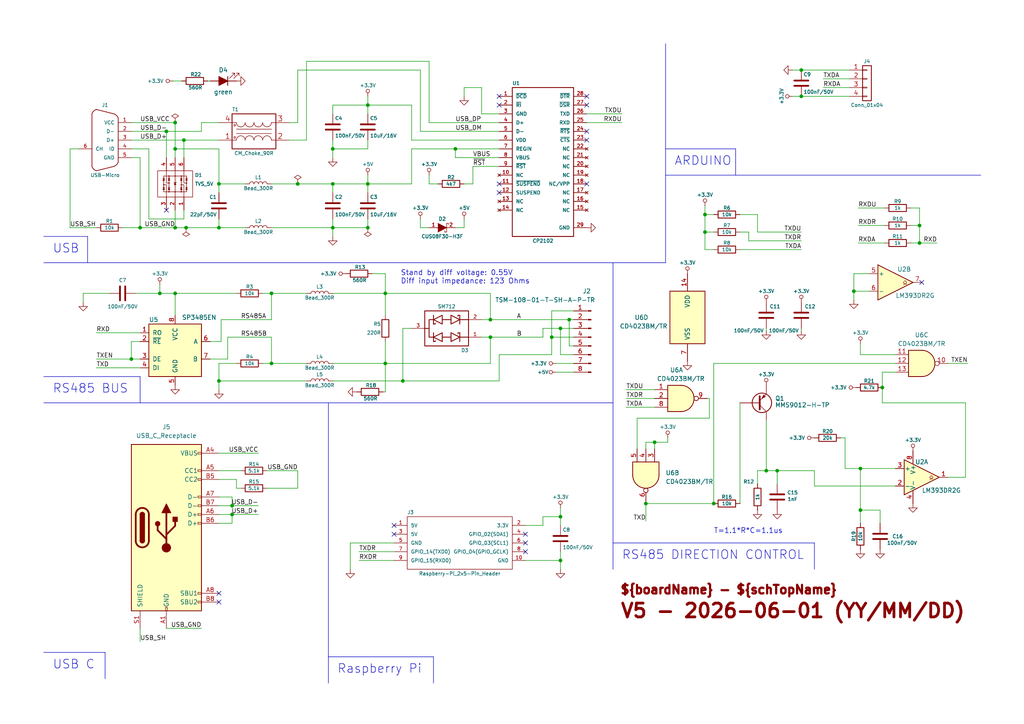
<source format=kicad_sch>
(kicad_sch (version 20230121) (generator eeschema)
  (paper "A4")
  (title_block (title "${boardName} - ${schTopName}") (date "2023-06-18") (rev "V5"))
  (junction (at 266.7 70.485))
  (junction (at 204.47 62.23))
  (junction (at 63.5 53.34))
  (junction (at 46.355 85.09))
  (junction (at 116.84 110.49))
  (junction (at 162.56 149.86))
  (junction (at 142.24 92.71))
  (junction (at 38.1 104.14))
  (junction (at 106.68 53.34))
  (junction (at 78.74 85.09))
  (junction (at 96.52 66.04))
  (junction (at 255.905 112.395))
  (junction (at 204.47 67.31))
  (junction (at 187.325 146.05))
  (junction (at 189.865 128.27))
  (junction (at 50.8 43.18))
  (junction (at 53.975 66.04))
  (junction (at 40.64 66.04))
  (junction (at 266.7 65.405))
  (junction (at 249.555 135.89))
  (junction (at 67.31 146.685))
  (junction (at 232.41 27.94))
  (junction (at 222.25 136.525))
  (junction (at 96.52 53.34))
  (junction (at 106.68 30.48))
  (junction (at 232.41 20.32))
  (junction (at 162.56 162.56))
  (junction (at 247.65 84.455))
  (junction (at 162.56 95.25))
  (junction (at 225.425 136.525))
  (junction (at 53.34 40.64))
  (junction (at 106.68 66.04))
  (junction (at 48.26 38.1))
  (junction (at 111.76 105.41))
  (junction (at 142.24 97.79))
  (junction (at 160.02 97.79))
  (junction (at 67.31 149.225))
  (junction (at 50.8 66.04))
  (junction (at 165.1 92.71))
  (junction (at 63.5 110.49))
  (junction (at 50.8 35.56))
  (junction (at 96.52 43.18))
  (junction (at 132.08 43.18))
  (junction (at 207.01 146.05))
  (junction (at 63.5 66.04))
  (junction (at 249.555 147.955))
  (junction (at 50.8 85.09))
  (junction (at 78.74 105.41))
  (junction (at 111.76 85.09))
  (junction (at 86.36 53.34))
  (no_connect (at 48.26 60.96))
  (no_connect (at 170.18 30.48))
  (no_connect (at 114.3 154.94))
  (no_connect (at 144.78 53.34))
  (no_connect (at 63.5 172.085))
  (no_connect (at 114.3 152.4))
  (no_connect (at 144.78 55.88))
  (no_connect (at 170.18 38.1))
  (no_connect (at 170.18 40.64))
  (no_connect (at 144.78 30.48))
  (no_connect (at 170.18 53.34))
  (no_connect (at 152.4 157.48))
  (no_connect (at 144.78 27.94))
  (no_connect (at 152.4 160.02))
  (no_connect (at 63.5 174.625))
  (no_connect (at 170.18 27.94))
  (no_connect (at 152.4 154.94))
  (no_connect (at 267.335 81.915))
  (wire (pts (xy 86.36 53.34) (xy 78.74 53.34)))
  (wire (pts (xy 20.32 43.18) (xy 20.32 66.04)))
  (wire (pts (xy 124.46 35.56) (xy 124.46 17.78)))
  (wire (pts (xy 162.56 160.02) (xy 162.56 162.56)))
  (wire (pts (xy 96.52 43.18) (xy 96.52 45.72)))
  (wire (pts (xy 46.355 85.09) (xy 50.8 85.09)))
  (polyline (pts (xy 213.36 50.8) (xy 213.36 43.18)))
  (wire (pts (xy 142.24 92.71) (xy 142.24 85.09)))
  (wire (pts (xy 249.555 99.695) (xy 249.555 102.87)))
  (wire (pts (xy 204.47 72.39) (xy 207.01 72.39)))
  (wire (pts (xy 60.96 99.06) (xy 64.135 99.06)))
  (wire (pts (xy 96.52 30.48) (xy 106.68 30.48)))
  (wire (pts (xy 271.78 70.485) (xy 266.7 70.485)))
  (wire (pts (xy 248.92 70.485) (xy 256.54 70.485)))
  (wire (pts (xy 39.37 85.09) (xy 46.355 85.09)))
  (wire (pts (xy 132.08 45.72) (xy 132.08 43.18)))
  (wire (pts (xy 248.92 65.405) (xy 256.54 65.405)))
  (wire (pts (xy 104.14 160.02) (xy 114.3 160.02)))
  (wire (pts (xy 63.5 139.065) (xy 68.58 139.065)))
  (wire (pts (xy 248.92 60.325) (xy 256.54 60.325)))
  (wire (pts (xy 217.17 67.31) (xy 217.17 69.85)))
  (wire (pts (xy 111.125 113.665) (xy 111.76 113.665)))
  (wire (pts (xy 43.18 43.18) (xy 43.18 63.5)))
  (polyline (pts (xy 12.7 116.84) (xy 177.8 116.84)))
  (wire (pts (xy 96.52 33.02) (xy 96.52 30.48)))
  (wire (pts (xy 124.46 50.8) (xy 124.46 53.34)))
  (polyline (pts (xy 25.4 68.58) (xy 12.7 68.58)))
  (wire (pts (xy 252.095 79.375) (xy 247.65 79.375)))
  (wire (pts (xy 64.135 99.06) (xy 64.135 92.71)))
  (wire (pts (xy 96.52 40.64) (xy 96.52 43.18)))
  (wire (pts (xy 50.8 85.09) (xy 68.58 85.09)))
  (wire (pts (xy 31.75 85.09) (xy 24.13 85.09)))
  (wire (pts (xy 139.7 25.4) (xy 134.62 25.4)))
  (wire (pts (xy 266.7 65.405) (xy 266.7 60.325)))
  (wire (pts (xy 121.92 20.32) (xy 121.92 38.1)))
  (wire (pts (xy 207.01 146.05) (xy 207.01 105.41)))
  (wire (pts (xy 63.5 53.34) (xy 63.5 55.88)))
  (wire (pts (xy 189.865 128.27) (xy 193.675 128.27)))
  (wire (pts (xy 116.84 110.49) (xy 144.78 110.49)))
  (wire (pts (xy 232.41 95.25) (xy 232.41 95.885)))
  (wire (pts (xy 222.25 136.525) (xy 225.425 136.525)))
  (wire (pts (xy 86.36 141.605) (xy 86.36 136.525)))
  (wire (pts (xy 121.92 66.04) (xy 124.46 66.04)))
  (wire (pts (xy 280.67 105.41) (xy 274.955 105.41)))
  (wire (pts (xy 161.29 105.41) (xy 166.37 105.41)))
  (wire (pts (xy 119.38 40.64) (xy 144.78 40.64)))
  (wire (pts (xy 219.71 62.23) (xy 214.63 62.23)))
  (wire (pts (xy 144.78 33.02) (xy 139.7 33.02)))
  (wire (pts (xy 157.48 152.4) (xy 152.4 152.4)))
  (wire (pts (xy 114.3 157.48) (xy 101.6 157.48)))
  (wire (pts (xy 214.63 72.39) (xy 232.41 72.39)))
  (wire (pts (xy 88.9 40.64) (xy 83.82 40.64)))
  (wire (pts (xy 63.5 63.5) (xy 63.5 66.04)))
  (wire (pts (xy 205.74 121.285) (xy 184.785 121.285)))
  (wire (pts (xy 217.17 69.85) (xy 232.41 69.85)))
  (wire (pts (xy 68.58 141.605) (xy 69.85 141.605)))
  (wire (pts (xy 160.02 90.17) (xy 166.37 90.17)))
  (wire (pts (xy 111.76 105.41) (xy 111.76 99.06)))
  (wire (pts (xy 106.68 53.34) (xy 106.68 55.88)))
  (wire (pts (xy 116.84 95.25) (xy 116.84 110.49)))
  (wire (pts (xy 106.68 53.34) (xy 96.52 53.34)))
  (wire (pts (xy 142.24 105.41) (xy 142.24 97.79)))
  (wire (pts (xy 222.25 95.25) (xy 222.25 95.885)))
  (polyline (pts (xy 193.04 76.2) (xy 12.7 76.2)))
  (wire (pts (xy 20.32 66.04) (xy 27.94 66.04)))
  (polyline (pts (xy 125.73 198.12) (xy 125.73 190.5)))
  (wire (pts (xy 137.16 53.34) (xy 134.62 53.34)))
  (wire (pts (xy 264.16 70.485) (xy 266.7 70.485)))
  (wire (pts (xy 180.34 35.56) (xy 170.18 35.56)))
  (wire (pts (xy 63.5 144.145) (xy 67.31 144.145)))
  (wire (pts (xy 144.78 110.49) (xy 144.78 102.87)))
  (wire (pts (xy 40.64 45.72) (xy 38.1 45.72)))
  (polyline (pts (xy 193.04 76.2) (xy 193.04 12.7)))
  (wire (pts (xy 63.5 105.41) (xy 63.5 110.49)))
  (wire (pts (xy 204.47 62.23) (xy 204.47 67.31)))
  (wire (pts (xy 144.78 43.18) (xy 132.08 43.18)))
  (wire (pts (xy 50.8 35.56) (xy 38.1 35.56)))
  (wire (pts (xy 214.63 67.31) (xy 217.17 67.31)))
  (wire (pts (xy 238.76 25.4) (xy 246.38 25.4)))
  (wire (pts (xy 144.78 35.56) (xy 124.46 35.56)))
  (wire (pts (xy 160.02 102.87) (xy 160.02 97.79)))
  (wire (pts (xy 132.08 66.04) (xy 134.62 66.04)))
  (wire (pts (xy 162.56 147.32) (xy 162.56 149.86)))
  (wire (pts (xy 219.71 136.525) (xy 219.71 140.335)))
  (wire (pts (xy 184.785 121.285) (xy 184.785 130.175)))
  (wire (pts (xy 78.74 85.09) (xy 88.9 85.09)))
  (wire (pts (xy 280.035 116.84) (xy 280.035 138.43)))
  (wire (pts (xy 249.555 135.89) (xy 245.11 135.89)))
  (wire (pts (xy 124.46 17.78) (xy 88.9 17.78)))
  (wire (pts (xy 104.14 162.56) (xy 114.3 162.56)))
  (wire (pts (xy 207.01 62.23) (xy 204.47 62.23)))
  (wire (pts (xy 249.555 135.89) (xy 249.555 147.955)))
  (wire (pts (xy 205.74 115.57) (xy 205.105 115.57)))
  (wire (pts (xy 58.42 38.1) (xy 58.42 35.56)))
  (wire (pts (xy 236.22 136.525) (xy 225.425 136.525)))
  (wire (pts (xy 38.1 104.14) (xy 40.64 104.14)))
  (wire (pts (xy 71.12 66.04) (xy 63.5 66.04)))
  (wire (pts (xy 229.87 20.32) (xy 232.41 20.32)))
  (wire (pts (xy 207.01 67.31) (xy 204.47 67.31)))
  (wire (pts (xy 106.68 30.48) (xy 106.68 33.02)))
  (wire (pts (xy 63.5 136.525) (xy 69.85 136.525)))
  (wire (pts (xy 166.37 102.87) (xy 162.56 102.87)))
  (wire (pts (xy 67.31 146.685) (xy 74.93 146.685)))
  (wire (pts (xy 48.26 182.245) (xy 58.42 182.245)))
  (wire (pts (xy 161.29 107.95) (xy 166.37 107.95)))
  (wire (pts (xy 162.56 149.86) (xy 157.48 149.86)))
  (wire (pts (xy 187.325 146.05) (xy 187.325 145.415)))
  (wire (pts (xy 68.58 139.065) (xy 68.58 141.605)))
  (wire (pts (xy 63.5 43.18) (xy 63.5 53.34)))
  (wire (pts (xy 111.76 85.09) (xy 142.24 85.09)))
  (wire (pts (xy 77.47 136.525) (xy 86.36 136.525)))
  (wire (pts (xy 111.76 105.41) (xy 142.24 105.41)))
  (wire (pts (xy 27.94 104.14) (xy 38.1 104.14)))
  (wire (pts (xy 27.94 96.52) (xy 40.64 96.52)))
  (wire (pts (xy 255.905 107.95) (xy 255.905 112.395)))
  (wire (pts (xy 67.31 151.765) (xy 67.31 149.225)))
  (wire (pts (xy 96.52 66.04) (xy 96.52 68.58)))
  (wire (pts (xy 180.34 33.02) (xy 170.18 33.02)))
  (wire (pts (xy 40.64 66.04) (xy 40.64 45.72)))
  (wire (pts (xy 121.92 63.5) (xy 121.92 66.04)))
  (wire (pts (xy 106.68 43.18) (xy 106.68 40.64)))
  (wire (pts (xy 53.34 63.5) (xy 53.34 60.96)))
  (wire (pts (xy 78.74 97.79) (xy 78.74 105.41)))
  (wire (pts (xy 252.095 84.455) (xy 247.65 84.455)))
  (wire (pts (xy 222.25 121.92) (xy 222.25 136.525)))
  (polyline (pts (xy 236.22 165.1) (xy 236.22 157.48)))
  (wire (pts (xy 157.48 97.79) (xy 157.48 95.25)))
  (wire (pts (xy 181.61 118.11) (xy 189.865 118.11)))
  (wire (pts (xy 134.62 25.4) (xy 134.62 27.94)))
  (wire (pts (xy 53.975 66.04) (xy 50.8 66.04)))
  (wire (pts (xy 22.86 43.18) (xy 20.32 43.18)))
  (wire (pts (xy 181.61 115.57) (xy 189.865 115.57)))
  (wire (pts (xy 63.5 66.04) (xy 53.975 66.04)))
  (wire (pts (xy 280.035 138.43) (xy 274.955 138.43)))
  (wire (pts (xy 249.555 147.955) (xy 249.555 151.765)))
  (wire (pts (xy 66.04 97.79) (xy 78.74 97.79)))
  (wire (pts (xy 38.1 99.06) (xy 40.64 99.06)))
  (wire (pts (xy 48.26 38.1) (xy 58.42 38.1)))
  (polyline (pts (xy 213.36 43.18) (xy 193.04 43.18)))
  (wire (pts (xy 255.905 116.84) (xy 280.035 116.84)))
  (wire (pts (xy 96.52 43.18) (xy 106.68 43.18)))
  (wire (pts (xy 139.7 97.79) (xy 142.24 97.79)))
  (wire (pts (xy 134.62 66.04) (xy 134.62 63.5)))
  (polyline (pts (xy 177.8 165.1) (xy 177.8 76.2)))
  (wire (pts (xy 162.56 149.86) (xy 162.56 152.4)))
  (wire (pts (xy 101.6 157.48) (xy 101.6 165.1)))
  (wire (pts (xy 53.34 40.64) (xy 63.5 40.64)))
  (wire (pts (xy 38.1 40.64) (xy 53.34 40.64)))
  (polyline (pts (xy 193.04 50.8) (xy 284.48 50.8)))
  (wire (pts (xy 43.18 63.5) (xy 53.34 63.5)))
  (wire (pts (xy 78.74 105.41) (xy 88.9 105.41)))
  (wire (pts (xy 187.325 151.13) (xy 187.325 146.05)))
  (polyline (pts (xy 25.4 76.2) (xy 25.4 68.58)))
  (wire (pts (xy 96.52 105.41) (xy 111.76 105.41)))
  (wire (pts (xy 144.78 102.87) (xy 160.02 102.87)))
  (wire (pts (xy 137.16 48.26) (xy 144.78 48.26)))
  (wire (pts (xy 38.1 43.18) (xy 43.18 43.18)))
  (polyline (pts (xy 40.64 109.22) (xy 12.7 109.22)))
  (wire (pts (xy 249.555 147.955) (xy 255.27 147.955)))
  (wire (pts (xy 121.92 38.1) (xy 144.78 38.1)))
  (wire (pts (xy 96.52 63.5) (xy 96.52 66.04)))
  (wire (pts (xy 106.68 30.48) (xy 119.38 30.48)))
  (wire (pts (xy 63.5 110.49) (xy 63.5 113.03)))
  (wire (pts (xy 67.31 149.225) (xy 74.93 149.225)))
  (wire (pts (xy 222.25 136.525) (xy 219.71 136.525)))
  (wire (pts (xy 50.8 43.18) (xy 63.5 43.18)))
  (wire (pts (xy 207.01 105.41) (xy 259.715 105.41)))
  (wire (pts (xy 236.22 140.97) (xy 236.22 136.525)))
  (polyline (pts (xy 125.73 190.5) (xy 95.25 190.5)))
  (wire (pts (xy 166.37 100.33) (xy 165.1 100.33)))
  (wire (pts (xy 259.715 135.89) (xy 249.555 135.89)))
  (wire (pts (xy 76.2 105.41) (xy 78.74 105.41)))
  (wire (pts (xy 38.1 99.06) (xy 38.1 104.14)))
  (wire (pts (xy 96.52 110.49) (xy 116.84 110.49)))
  (polyline (pts (xy 40.64 116.84) (xy 40.64 109.22)))
  (wire (pts (xy 111.76 85.09) (xy 111.76 91.44)))
  (polyline (pts (xy 236.22 157.48) (xy 177.8 157.48)))
  (wire (pts (xy 60.325 23.495) (xy 60.96 23.495)))
  (wire (pts (xy 259.715 140.97) (xy 236.22 140.97)))
  (wire (pts (xy 66.04 104.14) (xy 66.04 97.79)))
  (wire (pts (xy 243.84 127) (xy 245.11 127)))
  (wire (pts (xy 77.47 141.605) (xy 86.36 141.605)))
  (wire (pts (xy 111.76 79.375) (xy 111.76 85.09)))
  (wire (pts (xy 232.41 27.94) (xy 229.87 27.94)))
  (wire (pts (xy 63.5 110.49) (xy 88.9 110.49)))
  (wire (pts (xy 119.38 53.34) (xy 119.38 43.18)))
  (wire (pts (xy 40.64 182.245) (xy 40.64 186.055)))
  (wire (pts (xy 142.24 92.71) (xy 165.1 92.71)))
  (wire (pts (xy 189.865 130.175) (xy 189.865 128.27)))
  (wire (pts (xy 76.2 85.09) (xy 78.74 85.09)))
  (wire (pts (xy 119.38 43.18) (xy 132.08 43.18)))
  (wire (pts (xy 247.65 79.375) (xy 247.65 84.455)))
  (wire (pts (xy 225.425 136.525) (xy 225.425 140.335)))
  (wire (pts (xy 63.5 151.765) (xy 67.31 151.765)))
  (wire (pts (xy 162.56 162.56) (xy 162.56 165.1)))
  (wire (pts (xy 139.7 33.02) (xy 139.7 25.4)))
  (wire (pts (xy 266.7 70.485) (xy 266.7 65.405)))
  (wire (pts (xy 96.52 53.34) (xy 86.36 53.34)))
  (wire (pts (xy 58.42 35.56) (xy 63.5 35.56)))
  (wire (pts (xy 38.1 38.1) (xy 48.26 38.1)))
  (wire (pts (xy 160.02 97.79) (xy 166.37 97.79)))
  (wire (pts (xy 46.355 82.55) (xy 46.355 85.09)))
  (wire (pts (xy 137.16 48.26) (xy 137.16 53.34)))
  (wire (pts (xy 165.1 100.33) (xy 165.1 92.71)))
  (wire (pts (xy 187.325 146.05) (xy 207.01 146.05)))
  (wire (pts (xy 204.47 67.31) (xy 204.47 72.39)))
  (wire (pts (xy 119.38 30.48) (xy 119.38 40.64)))
  (wire (pts (xy 50.165 23.495) (xy 52.705 23.495)))
  (wire (pts (xy 40.64 106.68) (xy 27.94 106.68)))
  (wire (pts (xy 60.96 104.14) (xy 66.04 104.14)))
  (wire (pts (xy 142.24 97.79) (xy 157.48 97.79)))
  (wire (pts (xy 63.5 53.34) (xy 71.12 53.34)))
  (wire (pts (xy 162.56 102.87) (xy 162.56 95.25)))
  (wire (pts (xy 249.555 102.87) (xy 259.715 102.87)))
  (wire (pts (xy 157.48 95.25) (xy 162.56 95.25)))
  (wire (pts (xy 78.74 85.09) (xy 78.74 92.71)))
  (wire (pts (xy 204.47 59.69) (xy 204.47 62.23)))
  (wire (pts (xy 96.52 55.88) (xy 96.52 53.34)))
  (wire (pts (xy 193.675 128.27) (xy 193.675 127)))
  (wire (pts (xy 88.9 17.78) (xy 88.9 40.64)))
  (wire (pts (xy 232.41 27.94) (xy 246.38 27.94)))
  (wire (pts (xy 255.27 147.955) (xy 255.27 151.765)))
  (wire (pts (xy 50.8 35.56) (xy 50.8 43.18)))
  (wire (pts (xy 152.4 162.56) (xy 162.56 162.56)))
  (wire (pts (xy 96.52 85.09) (xy 111.76 85.09)))
  (wire (pts (xy 165.1 92.71) (xy 166.37 92.71)))
  (wire (pts (xy 245.11 127) (xy 245.11 135.89)))
  (wire (pts (xy 162.56 95.25) (xy 166.37 95.25)))
  (wire (pts (xy 50.8 85.09) (xy 50.8 91.44)))
  (wire (pts (xy 116.84 95.25) (xy 119.38 95.25)))
  (wire (pts (xy 48.26 38.1) (xy 48.26 45.72)))
  (wire (pts (xy 214.63 116.84) (xy 214.63 146.05)))
  (wire (pts (xy 124.46 53.34) (xy 127 53.34)))
  (wire (pts (xy 106.68 27.94) (xy 106.68 30.48)))
  (wire (pts (xy 63.5 146.685) (xy 67.31 146.685)))
  (polyline (pts (xy 30.48 189.23) (xy 12.7 189.23)))
  (wire (pts (xy 111.76 105.41) (xy 111.76 113.665)))
  (polyline (pts (xy 95.25 198.12) (xy 95.25 116.84)))
  (wire (pts (xy 35.56 66.04) (xy 40.64 66.04)))
  (wire (pts (xy 53.34 40.64) (xy 53.34 45.72)))
  (wire (pts (xy 106.68 50.8) (xy 106.68 53.34)))
  (wire (pts (xy 24.13 85.09) (xy 24.13 87.63)))
  (wire (pts (xy 247.65 84.455) (xy 247.65 86.995)))
  (wire (pts (xy 106.68 63.5) (xy 106.68 66.04)))
  (wire (pts (xy 139.7 92.71) (xy 142.24 92.71)))
  (wire (pts (xy 255.905 112.395) (xy 255.905 116.84)))
  (wire (pts (xy 160.02 97.79) (xy 160.02 90.17)))
  (wire (pts (xy 78.74 66.04) (xy 96.52 66.04)))
  (wire (pts (xy 63.5 149.225) (xy 67.31 149.225)))
  (wire (pts (xy 64.135 92.71) (xy 78.74 92.71)))
  (polyline (pts (xy 30.48 196.85) (xy 30.48 189.23)))
  (wire (pts (xy 106.68 53.34) (xy 119.38 53.34)))
  (wire (pts (xy 205.74 115.57) (xy 205.74 121.285)))
  (wire (pts (xy 63.5 105.41) (xy 68.58 105.41)))
  (wire (pts (xy 83.82 35.56) (xy 86.36 35.56)))
  (wire (pts (xy 259.715 107.95) (xy 255.905 107.95)))
  (wire (pts (xy 50.8 66.04) (xy 40.64 66.04)))
  (wire (pts (xy 67.31 144.145) (xy 67.31 146.685)))
  (wire (pts (xy 107.95 79.375) (xy 111.76 79.375)))
  (wire (pts (xy 50.8 45.72) (xy 50.8 43.18)))
  (wire (pts (xy 187.325 130.175) (xy 187.325 128.27)))
  (wire (pts (xy 264.16 65.405) (xy 266.7 65.405)))
  (wire (pts (xy 50.8 66.04) (xy 50.8 60.96)))
  (wire (pts (xy 187.325 128.27) (xy 189.865 128.27)))
  (wire (pts (xy 266.7 60.325) (xy 264.16 60.325)))
  (wire (pts (xy 219.71 67.31) (xy 219.71 62.23)))
  (wire (pts (xy 132.08 45.72) (xy 144.78 45.72)))
  (wire (pts (xy 86.36 20.32) (xy 121.92 20.32)))
  (wire (pts (xy 232.41 20.32) (xy 246.38 20.32)))
  (wire (pts (xy 106.68 66.04) (xy 96.52 66.04)))
  (wire (pts (xy 157.48 149.86) (xy 157.48 152.4)))
  (wire (pts (xy 86.36 35.56) (xy 86.36 20.32)))
  (wire (pts (xy 63.5 131.445) (xy 74.93 131.445)))
  (wire (pts (xy 238.76 22.86) (xy 246.38 22.86)))
  (wire (pts (xy 181.61 113.03) (xy 189.865 113.03)))
  (wire (pts (xy 219.71 67.31) (xy 232.41 67.31)))
  (text "Stand by diff voltage: 0.55V\nDiff input impedance: 123 Ohms" (at 116.205 82.55 0) (effects (font (size 1.5 1.5)) (justify left bottom)))
  (text "Raspberry Pi" (at 97.79 195.58 0) (effects (font (size 2.54 2.54)) (justify left bottom)))
  (text "RS485 BUS" (at 15.24 114.3 0) (effects (font (size 2.54 2.54)) (justify left bottom)))
  (text "T=1.1*R*C=1.1us" (at 207.01 154.94 0) (effects (font (size 1.5 1.5)) (justify left bottom)))
  (text "ARDUINO" (at 195.58 48.26 0) (effects (font (size 2.54 2.54)) (justify left bottom)))
  (text "${REVISION} - ${CURRENT_DATE} (YY/MM/DD)" (at 179.705 179.705 0) (effects (font (size 4 4) (thickness 0.8) bold) (justify left bottom)))
  (text "USB C" (at 15.24 194.31 0) (effects (font (size 2.54 2.54)) (justify left bottom)))
  (text "USB" (at 15.24 73.66 0) (effects (font (size 2.54 2.54)) (justify left bottom)))
  (text "RS485 DIRECTION CONTROL" (at 180.34 162.56 0) (effects (font (size 2.54 2.54)) (justify left bottom)))
  (text "${boardName} - ${schTopName}" (at 179.705 172.72 0) (effects (font (size 2.5 2.5) (thickness 0.8) bold) (justify left bottom)))
  (label "USB_VCC" (at 40.64 35.56 0))
  (label "TXDU" (at 181.61 113.03 0))
  (label "USB_GND" (at 58.42 182.245 180))
  (label "TXDU" (at 180.34 33.02 180))
  (label "RXD" (at 271.78 70.485 180))
  (label "RS485B" (at 69.85 97.79 0))
  (label "USB_D-" (at 74.93 146.685 180))
  (label "TXDA" (at 181.61 118.11 0))
  (label "USB_DP" (at 132.08 35.56 0))
  (label "TXDR" (at 181.61 115.57 0))
  (label "B" (at 149.86 97.79 0))
  (label "RXDR" (at 248.92 65.405 0))
  (label "USB_GND" (at 86.36 136.525 180))
  (label "VBUS" (at 137.16 45.72 0))
  (label "TXEN" (at 280.67 105.41 180))
  (label "USB_D+" (at 40.64 40.64 0))
  (label "USB_GND" (at 41.91 66.04 0))
  (label "TXEN" (at 27.94 104.14 0))
  (label "RXDA" (at 248.92 70.485 0))
  (label "TXD" (at 187.325 151.13 180))
  (label "USB_D+" (at 74.93 149.225 180))
  (label "RXDA" (at 238.76 25.4 0))
  (label "RS485A" (at 69.85 92.71 0))
  (label "TXDA" (at 232.41 72.39 180))
  (label "RXD" (at 27.94 96.52 0))
  (label "TXDA" (at 238.76 22.86 0))
  (label "~{RST}" (at 137.16 48.26 0))
  (label "TXD" (at 27.94 106.68 0))
  (label "RXDR" (at 104.14 162.56 0))
  (label "TXDU" (at 232.41 67.31 180))
  (label "TXDR" (at 104.14 160.02 0))
  (label "A" (at 149.86 92.71 0))
  (label "TXDR" (at 232.41 69.85 180))
  (label "RXDU" (at 248.92 60.325 0))
  (label "USB_DM" (at 132.08 38.1 0))
  (label "RXDU" (at 180.34 35.56 180))
  (label "USB_D-" (at 40.64 38.1 0))
  (label "USB_VCC" (at 74.93 131.445 180))
  (label "USB_SH" (at 20.32 66.04 0))
  (label "USB_SH" (at 40.64 186.055 0))
  (symbol (lib_id "Celebi:capacitor") (at 35.56 85.09 0) (unit 1)
    (property "Reference" "C7" (at 35.56 81.28 0) (effects (font (size 1.016 1.016))))
    (property "Value" "100nF/50V" (at 35.56 88.9 0) (effects (font (size 1.016 1.016))))
    (property "Footprint" "Capacitor_SMD:C_0603_1608Metric" (effects hide))
    (property "Tolerance" "10%" (effects hide))
    (property "Power" "_" (effects hide))
    (property "Manufacturer" "Samsung" (effects hide))
    (property "PartNumber" "CL10B104KB8WPNC" (effects hide))
    (property "Digikey" "1276-6854-1-ND" (effects hide))
    (property "LCSC" "C307348" (effects hide))
    (property "Description" "50V 100nF X7R ±10% 0603  Multilayer Ceramic Capacitors MLCC - SMD/SMT ROHS" (effects hide))
  )
  (symbol (lib_id "Celebi:GND") (at 63.5 113.03 0) (unit 1)
    (property "Reference" "#PWR019" (effects hide))
    (property "Value" "GND" (effects hide))
  )
  (symbol (lib_id "Celebi:resistor") (at 72.39 85.09 0) (unit 1)
    (property "Reference" "R3" (at 72.39 83.185 0) (effects (font (size 1.016 1.016))))
    (property "Value" "10k" (at 72.39 85.09 0) (effects (font (size 1.016 1.016))))
    (property "Footprint" "Resistor_SMD:R_0603_1608Metric" (effects hide))
    (property "Tolerance" "1%" (effects hide))
    (property "Power" "1/10W" (effects hide))
    (property "Manufacturer" "Yageo" (effects hide))
    (property "PartNumber" "RC0603FR-0710KL" (effects hide))
    (property "Digikey" "311-10.0KHRCT-ND" (effects hide))
    (property "LCSC" "C98220" (effects hide))
    (property "Description" "100mW Thick Film Resistors ±100ppm/℃ ±1% 10kΩ 0603  Chip Resistor - Surface Mount ROHS" (effects hide))
  )
  (symbol (lib_id "Celebi:resistor") (at 72.39 105.41 0) (unit 1)
    (property "Reference" "R4" (at 72.39 103.505 0) (effects (font (size 1.016 1.016))))
    (property "Value" "10k" (at 72.39 105.41 0) (effects (font (size 1.016 1.016))))
    (property "Footprint" "Resistor_SMD:R_0603_1608Metric" (effects hide))
    (property "Tolerance" "1%" (effects hide))
    (property "Power" "1/10W" (effects hide))
    (property "Manufacturer" "Yageo" (effects hide))
    (property "PartNumber" "RC0603FR-0710KL" (effects hide))
    (property "Digikey" "311-10.0KHRCT-ND" (effects hide))
    (property "LCSC" "C98220" (effects hide))
    (property "Description" "100mW Thick Film Resistors ±100ppm/℃ ±1% 10kΩ 0603  Chip Resistor - Surface Mount ROHS" (effects hide))
  )
  (symbol (lib_id "Celebi:+5V") (at 106.68 50.8 0) (unit 1)
    (property "Reference" "#PWR017" (effects hide))
    (property "Value" "+5V" (at 106.68 47.625 0) (effects (font (size 1.016 1.016))))
  )
  (symbol (lib_id "Celebi:GND") (at 24.13 87.63 0) (unit 1)
    (property "Reference" "#PWR018" (effects hide))
    (property "Value" "GND" (effects hide))
  )
  (symbol (lib_id "Celebi:resistor") (at 111.76 95.25 90) (mirror x) (unit 1)
    (property "Reference" "R5" (at 110.49 93.98 90) (effects (font (size 1.016 1.016)) (justify left)))
    (property "Value" "220R" (at 110.49 96.52 90) (effects (font (size 1.016 1.016)) (justify left)))
    (property "Footprint" "Resistor_SMD:R_0603_1608Metric" (effects hide))
    (property "Datasheet" "https://datasheet.lcsc.com/lcsc/2010191935_Ever-Ohms-Tech-CR0603J220RP05Z_C881409.pdf" (effects hide))
    (property "Tolerance" "5%" (effects hide))
    (property "Power" "1/10W" (effects hide))
    (property "Manufacturer" "Ever Ohms Tech" (effects hide))
    (property "PartNumber" "CR0603J220RP05Z" (effects hide))
    (property "Digikey" "---" (effects hide))
    (property "LCSC" "C881409" (effects hide))
    (property "Description" "100mW ±100ppm/℃ ±5% 220Ω 0603  Chip Resistor - Surface Mount ROHS" (effects hide))
  )
  (symbol (lib_id "Celebi:SM712") (at 129.54 95.25 180) (unit 1)
    (property "Reference" "D3" (at 135.89 101.6 0) (effects (font (size 1.016 1.016)) (justify left)))
    (property "Value" "SM712" (at 129.54 88.9 0) (effects (font (size 1.016 1.016))))
    (property "Footprint" "Celebi:SOT23-3" (effects hide))
    (property "Tolerance" "_" (effects hide))
    (property "Power" "400W" (effects hide))
    (property "Manufacturer" "DOWO" (effects hide))
    (property "PartNumber" "SM712" (effects hide))
    (property "Digikey" "!F6450CT-ND" (effects hide))
    (property "LCSC" "C293966" (effects hide))
    (property "Description" "SOT-23  ESD Protection Devices ROHS" (effects hide))
  )
  (symbol (lib_id "Celebi:inductor") (at 92.71 85.09 0) (unit 1)
    (property "Reference" "L3" (at 92.71 83.185 0) (effects (font (size 1.016 1.016))))
    (property "Value" "Bead_300R" (at 92.71 86.36 0) (effects (font (size 1.016 1.016))))
    (property "Footprint" "Celebi:SM0603L" (effects hide))
    (property "Tolerance" "25%" (effects hide))
    (property "Power" "1.5A" (effects hide))
    (property "Manufacturer" "Guangdong_Fenghua_Advanced_Tech" (effects hide))
    (property "PartNumber" "CBM160808U301T" (effects hide))
    (property "Digikey" "!732-1592-1-ND" (effects hide))
    (property "LCSC" "C139165" (effects hide))
    (property "Description" "180mΩ ±25% 300Ω@100MHz 0603  Ferrite Beads ROHS" (effects hide))
  )
  (symbol (lib_id "Celebi:inductor") (at 92.71 105.41 0) (unit 1)
    (property "Reference" "L4" (at 92.71 103.505 0) (effects (font (size 1.016 1.016))))
    (property "Value" "Bead_300R" (at 92.71 106.68 0) (effects (font (size 1.016 1.016))))
    (property "Footprint" "Celebi:SM0603L" (effects hide))
    (property "Tolerance" "25%" (effects hide))
    (property "Power" "1.5A" (effects hide))
    (property "Manufacturer" "Guangdong_Fenghua_Advanced_Tech" (effects hide))
    (property "PartNumber" "CBM160808U301T" (effects hide))
    (property "Digikey" "!732-1592-1-ND" (effects hide))
    (property "LCSC" "C139165" (effects hide))
    (property "Description" "180mΩ ±25% 300Ω@100MHz 0603  Ferrite Beads ROHS" (effects hide))
  )
  (symbol (lib_id "Celebi:Conn_01x04") (at 251.46 24.13 0) (unit 1)
    (property "Reference" "J4" (at 251.46 17.78 0) (effects (font (size 1.016 1.016))))
    (property "Value" "Conn_01x04" (at 251.46 30.48 0) (effects (font (size 1.016 1.016))))
    (property "Footprint" "Connector_PinHeader_2.54mm:PinHeader_1x04_P2.54mm_Vertical" (effects hide))
    (property "Tolerance" "_" (effects hide))
    (property "Power" "3A" (effects hide))
    (property "Manufacturer" "Ckmtw" (effects hide))
    (property "PartNumber" "B-2100S04P-A110" (effects hide))
    (property "Digikey" "_" (effects hide))
    (property "LCSC" "C124378" (effects hide))
    (property "Description" "Straight 2.54mm 6mm -40℃~+105℃ 3mm 4 2.54mm Plugin Black Brass 1x4P Plugin,P=2.54mm  Pin Headers ROHS" (effects hide))
  )
  (symbol (lib_id "Celebi:Raspberry-Pi4_Reverse_10P") (at 133.35 157.48 0) (unit 1)
    (property "Reference" "J3" (at 118.11 148.59 0) (effects (font (size 1.016 1.016)) (justify left)))
    (property "Value" "Raspberry-Pi_2x5-Pin_Header" (at 133.35 166.37 0) (effects (font (size 1.016 1.016))))
    (property "Footprint" "rs485RPihat:con-WR-PHD-61031021821" (effects hide))
    (property "Tolerance" "_" (effects hide))
    (property "Power" "_" (effects hide))
    (property "Manufacturer" "Boomele" (effects hide))
    (property "PartNumber" "C261072" (effects hide))
    (property "Digikey" "_" (effects hide))
    (property "LCSC" "C261072" (effects hide))
    (property "Description" "2.54mm 2.54mm 双排 Gold Brass 2x5P 10 SMD,P=2.54mm  Female Headers ROHS" (effects hide))
  )
  (symbol (lib_id "Celebi:resistor") (at 210.82 62.23 0) (unit 1)
    (property "Reference" "R6" (at 210.82 60.325 0) (effects (font (size 1.016 1.016))))
    (property "Value" "10k" (at 210.82 62.23 0) (effects (font (size 1.016 1.016))))
    (property "Footprint" "Resistor_SMD:R_0603_1608Metric" (effects hide))
    (property "Tolerance" "1%" (effects hide))
    (property "Power" "1/10W" (effects hide))
    (property "Manufacturer" "Yageo" (effects hide))
    (property "PartNumber" "RC0603FR-0710KL" (effects hide))
    (property "Digikey" "311-10.0KHRCT-ND" (effects hide))
    (property "LCSC" "C98220" (effects hide))
    (property "Description" "100mW Thick Film Resistors ±100ppm/℃ ±1% 10kΩ 0603  Chip Resistor - Surface Mount ROHS" (effects hide))
  )
  (symbol (lib_id "Celebi:capacitor") (at 162.56 156.21 270) (unit 1)
    (property "Reference" "C8" (at 163.195 153.67 90) (effects (font (size 1.016 1.016)) (justify left)))
    (property "Value" "100nF/50V" (at 163.195 158.75 90) (effects (font (size 1.016 1.016)) (justify left)))
    (property "Footprint" "Capacitor_SMD:C_0603_1608Metric" (effects hide))
    (property "Tolerance" "10%" (effects hide))
    (property "Power" "_" (effects hide))
    (property "Manufacturer" "Samsung" (effects hide))
    (property "PartNumber" "CL10B104KB8WPNC" (effects hide))
    (property "Digikey" "1276-6854-1-ND" (effects hide))
    (property "LCSC" "C307348" (effects hide))
    (property "Description" "50V 100nF X7R ±10% 0603  Multilayer Ceramic Capacitors MLCC - SMD/SMT ROHS" (effects hide))
  )
  (symbol (lib_id "Celebi:GND") (at 162.56 165.1 0) (mirror y) (unit 1)
    (property "Reference" "#PWR0104" (effects hide))
    (property "Value" "GND" (effects hide))
  )
  (symbol (lib_id "Celebi:Diode-Schottky") (at 128.27 66.04 0) (unit 1)
    (property "Reference" "D2" (at 128.27 63.5 0) (effects (font (size 1.016 1.016))))
    (property "Value" "CUS08F30-H3F" (at 128.27 68.58 0) (effects (font (size 1.016 1.016))))
    (property "Footprint" "Celebi:SOD323" (effects hide))
    (property "Tolerance" "_" (effects hide))
    (property "Power" "0.8A" (effects hide))
    (property "Manufacturer" "Toshiba" (effects hide))
    (property "PartNumber" "CUS08F30-H3F" (effects hide))
    (property "Digikey" "CUS08F30H3FCT-ND" (effects hide))
    (property "LCSC" "C150183" (effects hide))
    (property "Description" "30V 220mV@10mA 800mA SOD-323  Schottky Barrier Diodes (SBD) ROHS" (effects hide))
  )
  (symbol (lib_id "Celebi:capacitor") (at 106.68 59.69 270) (unit 1)
    (property "Reference" "C3" (at 107.315 57.15 90) (effects (font (size 1.016 1.016)) (justify left)))
    (property "Value" "10uF/16V" (at 107.315 62.23 90) (effects (font (size 1.016 1.016)) (justify left)))
    (property "Footprint" "Capacitor_SMD:C_0805_2012Metric" (effects hide))
    (property "Tolerance" "10%" (effects hide))
    (property "Power" "_" (effects hide))
    (property "Manufacturer" "Samsung" (effects hide))
    (property "PartNumber" "CL21B106KOQNNNE" (effects hide))
    (property "Digikey" "1276-2872-1-ND" (effects hide))
    (property "LCSC" "C95841" (effects hide))
    (property "Description" "16V 10uF X7R ±10% 0805  Multilayer Ceramic Capacitors MLCC - SMD/SMT ROHS" (effects hide))
  )
  (symbol (lib_id "Celebi:resistor") (at 210.82 67.31 0) (unit 1)
    (property "Reference" "R7" (at 210.82 65.405 0) (effects (font (size 1.016 1.016))))
    (property "Value" "10k" (at 210.82 67.31 0) (effects (font (size 1.016 1.016))))
    (property "Footprint" "Resistor_SMD:R_0603_1608Metric" (effects hide))
    (property "Tolerance" "1%" (effects hide))
    (property "Power" "1/10W" (effects hide))
    (property "Manufacturer" "Yageo" (effects hide))
    (property "PartNumber" "RC0603FR-0710KL" (effects hide))
    (property "Digikey" "311-10.0KHRCT-ND" (effects hide))
    (property "LCSC" "C98220" (effects hide))
    (property "Description" "100mW Thick Film Resistors ±100ppm/℃ ±1% 10kΩ 0603  Chip Resistor - Surface Mount ROHS" (effects hide))
  )
  (symbol (lib_id "Celebi:GND") (at 101.6 165.1 0) (mirror y) (unit 1)
    (property "Reference" "#PWR0105" (effects hide))
    (property "Value" "GND" (effects hide))
  )
  (symbol (lib_id "Celebi:resistor") (at 210.82 72.39 0) (unit 1)
    (property "Reference" "R8" (at 210.82 70.485 0) (effects (font (size 1.016 1.016))))
    (property "Value" "10k" (at 210.82 72.39 0) (effects (font (size 1.016 1.016))))
    (property "Footprint" "Resistor_SMD:R_0603_1608Metric" (effects hide))
    (property "Tolerance" "1%" (effects hide))
    (property "Power" "1/10W" (effects hide))
    (property "Manufacturer" "Yageo" (effects hide))
    (property "PartNumber" "RC0603FR-0710KL" (effects hide))
    (property "Digikey" "311-10.0KHRCT-ND" (effects hide))
    (property "LCSC" "C98220" (effects hide))
    (property "Description" "100mW Thick Film Resistors ±100ppm/℃ ±1% 10kΩ 0603  Chip Resistor - Surface Mount ROHS" (effects hide))
  )
  (symbol (lib_id "Celebi:+5V") (at 134.62 63.5 0) (unit 1)
    (property "Reference" "#PWR0111" (effects hide))
    (property "Value" "+5V" (at 134.62 60.325 0) (effects (font (size 1.016 1.016))))
  )
  (symbol (lib_id "Celebi:+3.3V") (at 121.92 63.5 0) (unit 1)
    (property "Reference" "#PWR0112" (effects hide))
    (property "Value" "+3.3V" (at 121.92 60.325 0) (effects (font (size 1.016 1.016))))
  )
  (symbol (lib_id "Celebi:+3.3V") (at 204.47 59.69 0) (unit 1)
    (property "Reference" "#PWR0110" (effects hide))
    (property "Value" "+3.3V" (at 204.47 56.515 0) (effects (font (size 1.016 1.016))))
  )
  (symbol (lib_id "Celebi:capacitor") (at 96.52 36.83 270) (unit 1)
    (property "Reference" "C4" (at 97.155 34.29 90) (effects (font (size 1.016 1.016)) (justify left)))
    (property "Value" "100nF/50V" (at 97.155 39.37 90) (effects (font (size 1.016 1.016)) (justify left)))
    (property "Footprint" "Capacitor_SMD:C_0603_1608Metric" (effects hide))
    (property "Tolerance" "10%" (effects hide))
    (property "Power" "_" (effects hide))
    (property "Manufacturer" "Samsung" (effects hide))
    (property "PartNumber" "CL10B104KB8WPNC" (effects hide))
    (property "Digikey" "1276-6854-1-ND" (effects hide))
    (property "LCSC" "C307348" (effects hide))
    (property "Description" "50V 100nF X7R ±10% 0603  Multilayer Ceramic Capacitors MLCC - SMD/SMT ROHS" (effects hide))
  )
  (symbol (lib_id "Celebi:capacitor") (at 106.68 36.83 270) (unit 1)
    (property "Reference" "C5" (at 107.315 34.29 90) (effects (font (size 1.016 1.016)) (justify left)))
    (property "Value" "10uF/16V" (at 107.315 39.37 90) (effects (font (size 1.016 1.016)) (justify left)))
    (property "Footprint" "Capacitor_SMD:C_0805_2012Metric" (effects hide))
    (property "Tolerance" "10%" (effects hide))
    (property "Power" "_" (effects hide))
    (property "Manufacturer" "Samsung" (effects hide))
    (property "PartNumber" "CL21B106KOQNNNE" (effects hide))
    (property "Digikey" "1276-2872-1-ND" (effects hide))
    (property "LCSC" "C95841" (effects hide))
    (property "Description" "16V 10uF X7R ±10% 0805  Multilayer Ceramic Capacitors MLCC - SMD/SMT ROHS" (effects hide))
  )
  (symbol (lib_id "Celebi:GND") (at 96.52 45.72 0) (mirror y) (unit 1)
    (property "Reference" "#PWR0129" (effects hide))
    (property "Value" "GND" (effects hide))
  )
  (symbol (lib_id "Celebi:resistor") (at 31.75 66.04 0) (unit 1)
    (property "Reference" "R1" (at 31.75 64.135 0) (effects (font (size 1.016 1.016))))
    (property "Value" "10k" (at 31.75 66.04 0) (effects (font (size 1.016 1.016))))
    (property "Footprint" "Resistor_SMD:R_0603_1608Metric" (effects hide))
    (property "Tolerance" "1%" (effects hide))
    (property "Power" "1/10W" (effects hide))
    (property "Manufacturer" "Yageo" (effects hide))
    (property "PartNumber" "RC0603FR-0710KL" (effects hide))
    (property "Digikey" "311-10.0KHRCT-ND" (effects hide))
    (property "LCSC" "C98220" (effects hide))
    (property "Description" "100mW Thick Film Resistors ±100ppm/℃ ±1% 10kΩ 0603  Chip Resistor - Surface Mount ROHS" (effects hide))
  )
  (symbol (lib_id "Celebi:resistor") (at 130.81 53.34 0) (mirror y) (unit 1)
    (property "Reference" "R2" (at 130.81 51.435 0) (effects (font (size 1.016 1.016))))
    (property "Value" "4k7" (at 130.81 53.34 0) (effects (font (size 1.016 1.016))))
    (property "Footprint" "Resistor_SMD:R_0603_1608Metric" (effects hide))
    (property "Tolerance" "1%" (effects hide))
    (property "Power" "1/10W" (effects hide))
    (property "Manufacturer" "Yageo" (effects hide))
    (property "PartNumber" "RC0603FR-074K7L" (effects hide))
    (property "Digikey" "311-4.70KHRCT-ND" (effects hide))
    (property "LCSC" "C99782" (effects hide))
    (property "Description" "100mW Thick Film Resistors ±100ppm/℃ ±1% 4.7kΩ 0603  Chip Resistor - Surface Mount ROHS" (effects hide))
  )
  (symbol (lib_id "Celebi:+3.3V") (at 106.68 27.94 0) (unit 1)
    (property "Reference" "#PWR0106" (effects hide))
    (property "Value" "+3.3V" (at 106.68 24.765 0) (effects (font (size 1.016 1.016))))
  )
  (symbol (lib_id "Celebi:+3.3V") (at 162.56 147.32 0) (unit 1)
    (property "Reference" "#PWR0107" (effects hide))
    (property "Value" "+3.3V" (at 162.56 144.145 0) (effects (font (size 1.016 1.016))))
  )
  (symbol (lib_id "Celebi:+3.3V") (at 229.87 27.94 90) (unit 1)
    (property "Reference" "#PWR0108" (effects hide))
    (property "Value" "+3.3V" (at 226.695 27.94 0) (effects (font (size 1.016 1.016))))
  )
  (symbol (lib_id "Celebi:+3.3V") (at 124.46 50.8 0) (unit 1)
    (property "Reference" "#PWR0109" (effects hide))
    (property "Value" "+3.3V" (at 124.46 47.625 0) (effects (font (size 1.016 1.016))))
  )
  (symbol (lib_id "Celebi:+3.3V") (at 46.355 82.55 0) (unit 1)
    (property "Reference" "#PWR0101" (effects hide))
    (property "Value" "+3.3V" (at 46.355 79.375 0) (effects (font (size 1.016 1.016))))
  )
  (symbol (lib_id "Celebi:inductor") (at 92.71 110.49 0) (unit 1)
    (property "Reference" "L5" (at 92.71 108.585 0) (effects (font (size 1.016 1.016))))
    (property "Value" "Bead_300R" (at 92.71 111.76 0) (effects (font (size 1.016 1.016))))
    (property "Footprint" "Celebi:SM0603L" (effects hide))
    (property "Tolerance" "25%" (effects hide))
    (property "Power" "1.5A" (effects hide))
    (property "Manufacturer" "Guangdong_Fenghua_Advanced_Tech" (effects hide))
    (property "PartNumber" "CBM160808U301T" (effects hide))
    (property "Digikey" "!732-1592-1-ND" (effects hide))
    (property "LCSC" "C139165" (effects hide))
    (property "Description" "180mΩ ±25% 300Ω@100MHz 0603  Ferrite Beads ROHS" (effects hide))
  )
  (symbol (lib_id "Celebi:744231091") (at 73.66 38.1 0) (unit 1)
    (property "Reference" "T1" (at 67.31 31.75 0) (effects (font (size 1.016 1.016)) (justify left)))
    (property "Value" "CM_Choke_90R" (at 73.66 44.45 0) (effects (font (size 1.016 1.016))))
    (property "Footprint" "Celebi:tr-smd-WE-CNSW_0805" (effects hide))
    (property "Tolerance" "_" (effects hide))
    (property "Power" "0.37A" (effects hide))
    (property "Manufacturer" "Sunlord" (effects hide))
    (property "PartNumber" "SDCW2012-2-900TF" (effects hide))
    (property "Digikey" "!732-3198-1-ND" (effects hide))
    (property "LCSC" "C54888" (effects hide))
    (property "Description" "90Ω@100MHz 350mΩ 2 0805  Common Mode Filters ROHS" (effects hide))
  )
  (symbol (lib_id "Celebi:824015") (at 50.8 53.34 270) (mirror x) (unit 1)
    (property "Reference" "D1" (at 56.515 50.8 90) (effects (font (size 1.016 1.016)) (justify left)))
    (property "Value" "TVS_5V" (at 56.515 53.34 90) (effects (font (size 1.016 1.016)) (justify left)))
    (property "Footprint" "Celebi:SOT23-6L" (effects hide))
    (property "Tolerance" "_" (effects hide))
    (property "Power" "_" (effects hide))
    (property "Manufacturer" "Tech_Public" (effects hide))
    (property "PartNumber" "TPIP4220CZ6" (effects hide))
    (property "Digikey" "!1727-2751-1-ND" (effects hide))
    (property "LCSC" "C558417" (effects hide))
    (property "Description" "SOT-23-6  ESD Protection Devices ROHS" (effects hide))
  )
  (symbol (lib_id "Celebi:GND") (at 96.52 68.58 0) (mirror y) (unit 1)
    (property "Reference" "#PWR0102" (effects hide))
    (property "Value" "GND" (effects hide))
  )
  (symbol (lib_id "Celebi:inductor") (at 74.93 53.34 0) (mirror y) (unit 1)
    (property "Reference" "L1" (at 74.93 51.435 0) (effects (font (size 1.016 1.016))))
    (property "Value" "Bead_300R" (at 74.93 54.61 0) (effects (font (size 1.016 1.016))))
    (property "Footprint" "Celebi:SM0603L" (effects hide))
    (property "Tolerance" "25%" (effects hide))
    (property "Power" "1.5A" (effects hide))
    (property "Manufacturer" "Guangdong_Fenghua_Advanced_Tech" (effects hide))
    (property "PartNumber" "CBM160808U301T" (effects hide))
    (property "Digikey" "!732-1592-1-ND" (effects hide))
    (property "LCSC" "C139165" (effects hide))
    (property "Description" "180mΩ ±25% 300Ω@100MHz 0603  Ferrite Beads ROHS" (effects hide))
  )
  (symbol (lib_id "Celebi:inductor") (at 74.93 66.04 0) (mirror y) (unit 1)
    (property "Reference" "L2" (at 74.93 64.135 0) (effects (font (size 1.016 1.016))))
    (property "Value" "Bead_300R" (at 74.93 67.31 0) (effects (font (size 1.016 1.016))))
    (property "Footprint" "Celebi:SM0603L" (effects hide))
    (property "Tolerance" "25%" (effects hide))
    (property "Power" "1.5A" (effects hide))
    (property "Manufacturer" "Guangdong_Fenghua_Advanced_Tech" (effects hide))
    (property "PartNumber" "CBM160808U301T" (effects hide))
    (property "Digikey" "!732-1592-1-ND" (effects hide))
    (property "LCSC" "C139165" (effects hide))
    (property "Description" "180mΩ ±25% 300Ω@100MHz 0603  Ferrite Beads ROHS" (effects hide))
  )
  (symbol (lib_id "Celebi:capacitor") (at 96.52 59.69 270) (unit 1)
    (property "Reference" "C2" (at 97.155 57.15 90) (effects (font (size 1.016 1.016)) (justify left)))
    (property "Value" "100nF/50V" (at 97.155 62.23 90) (effects (font (size 1.016 1.016)) (justify left)))
    (property "Footprint" "Capacitor_SMD:C_0603_1608Metric" (effects hide))
    (property "Tolerance" "10%" (effects hide))
    (property "Power" "_" (effects hide))
    (property "Manufacturer" "Samsung" (effects hide))
    (property "PartNumber" "CL10B104KB8WPNC" (effects hide))
    (property "Digikey" "1276-6854-1-ND" (effects hide))
    (property "LCSC" "C307348" (effects hide))
    (property "Description" "50V 100nF X7R ±10% 0603  Multilayer Ceramic Capacitors MLCC - SMD/SMT ROHS" (effects hide))
  )
  (symbol (lib_id "Celebi:capacitor") (at 63.5 59.69 90) (mirror x) (unit 1)
    (property "Reference" "C1" (at 62.865 57.15 90) (effects (font (size 1.016 1.016)) (justify left)))
    (property "Value" "22pF/50V" (at 62.865 62.23 90) (effects (font (size 1.016 1.016)) (justify left)))
    (property "Footprint" "Capacitor_SMD:C_0603_1608Metric" (effects hide))
    (property "Tolerance" "5%" (effects hide))
    (property "Power" "_" (effects hide))
    (property "Manufacturer" "Samsung" (effects hide))
    (property "PartNumber" "CL10C220JB8NNNC" (effects hide))
    (property "Digikey" "1276-1023-1-ND" (effects hide))
    (property "LCSC" "C1653" (effects hide))
    (property "Description" "50V 22pF C0G ±5% 0603  Multilayer Ceramic Capacitors MLCC - SMD/SMT ROHS" (effects hide))
  )
  (symbol (lib_id "Celebi:CP2102") (at 157.48 46.99 0) (unit 1)
    (property "Reference" "U1" (at 148.59 24.13 0) (effects (font (size 1.016 1.016)) (justify left)))
    (property "Value" "CP2102" (at 157.48 69.85 0) (effects (font (size 1.016 1.016))))
    (property "Footprint" "Celebi:QFN28_5x5_P0.5mm_ppad" (effects hide))
    (property "Tolerance" "_" (effects hide))
    (property "Power" "_" (effects hide))
    (property "Manufacturer" "Silabs" (effects hide))
    (property "PartNumber" "CP2102-GMR" (effects hide))
    (property "Digikey" "336-1160-1-ND" (effects hide))
    (property "LCSC" "C6568" (effects hide))
    (property "Description" "1Mbps Transceiver USB WQFN-28-EP(5x5)  USB ICs ROHS" (effects hide))
  )
  (symbol (lib_id "Celebi:GND") (at 134.62 27.94 0) (unit 1)
    (property "Reference" "#PWR0103" (effects hide))
    (property "Value" "GND" (effects hide))
  )
  (symbol (lib_id "Celebi:resistor") (at 260.35 65.405 0) (unit 1)
    (property "Reference" "R10" (at 260.35 63.5 0) (effects (font (size 1.016 1.016))))
    (property "Value" "1k" (at 260.35 65.405 0) (effects (font (size 1.016 1.016))))
    (property "Footprint" "Resistor_SMD:R_0603_1608Metric" (effects hide))
    (property "Tolerance" "1%" (effects hide))
    (property "Power" "1/10W" (effects hide))
    (property "Manufacturer" "Uniroyal_Elec" (effects hide))
    (property "PartNumber" "0603WAF1001T5E" (effects hide))
    (property "Digikey" "311-1.00KHRCT-ND" (effects hide))
    (property "LCSC" "C21190" (effects hide))
    (property "Description" "100mW Thick Film Resistors ±100ppm/℃ ±1% 1kΩ 0603  Chip Resistor - Surface Mount ROHS" (effects hide))
  )
  (symbol (lib_id "Celebi:resistor") (at 260.35 70.485 0) (unit 1)
    (property "Reference" "R11" (at 260.35 68.58 0) (effects (font (size 1.016 1.016))))
    (property "Value" "1k" (at 260.35 70.485 0) (effects (font (size 1.016 1.016))))
    (property "Footprint" "Resistor_SMD:R_0603_1608Metric" (effects hide))
    (property "Tolerance" "1%" (effects hide))
    (property "Power" "1/10W" (effects hide))
    (property "Manufacturer" "Uniroyal_Elec" (effects hide))
    (property "PartNumber" "0603WAF1001T5E" (effects hide))
    (property "Digikey" "311-1.00KHRCT-ND" (effects hide))
    (property "LCSC" "C21190" (effects hide))
    (property "Description" "100mW Thick Film Resistors ±100ppm/℃ ±1% 1kΩ 0603  Chip Resistor - Surface Mount ROHS" (effects hide))
  )
  (symbol (lib_id "Celebi:USB-Micro") (at 30.48 40.64 0) (mirror y) (unit 1)
    (property "Reference" "J1" (at 30.48 30.48 0) (effects (font (size 1.016 1.016))))
    (property "Value" "USB-Micro" (at 30.48 50.8 0) (effects (font (size 1.016 1.016))))
    (property "Footprint" "Celebi:usb-MicroXNJ" (effects hide))
    (property "Tolerance" "_" (effects hide))
    (property "Power" "1.8A" (effects hide))
    (property "Manufacturer" "Shou_Han" (effects hide))
    (property "PartNumber" "MicroXNJ" (effects hide))
    (property "Digikey" "!732-5961-1-ND" (effects hide))
    (property "LCSC" "C404969" (effects hide))
    (property "Description" "1A USB 2.0 1 Surface Mount 5 Female -20℃~+85℃ Micro-B SMD  USB Connectors ROHS" (effects hide))
  )
  (symbol (lib_id "Celebi:capacitor") (at 232.41 24.13 270) (unit 1)
    (property "Reference" "C9" (at 233.045 21.59 90) (effects (font (size 1.016 1.016)) (justify left)))
    (property "Value" "100nF/50V" (at 233.045 26.67 90) (effects (font (size 1.016 1.016)) (justify left)))
    (property "Footprint" "Capacitor_SMD:C_0603_1608Metric" (effects hide))
    (property "Tolerance" "10%" (effects hide))
    (property "Power" "_" (effects hide))
    (property "Manufacturer" "Samsung" (effects hide))
    (property "PartNumber" "CL10B104KB8WPNC" (effects hide))
    (property "Digikey" "1276-6854-1-ND" (effects hide))
    (property "LCSC" "C307348" (effects hide))
    (property "Description" "50V 100nF X7R ±10% 0603  Multilayer Ceramic Capacitors MLCC - SMD/SMT ROHS" (effects hide))
  )
  (symbol (lib_id "Celebi:resistor") (at 260.35 60.325 0) (unit 1)
    (property "Reference" "R9" (at 260.35 58.42 0) (effects (font (size 1.016 1.016))))
    (property "Value" "1k" (at 260.35 60.325 0) (effects (font (size 1.016 1.016))))
    (property "Footprint" "Resistor_SMD:R_0603_1608Metric" (effects hide))
    (property "Tolerance" "1%" (effects hide))
    (property "Power" "1/10W" (effects hide))
    (property "Manufacturer" "Uniroyal_Elec" (effects hide))
    (property "PartNumber" "0603WAF1001T5E" (effects hide))
    (property "Digikey" "311-1.00KHRCT-ND" (effects hide))
    (property "LCSC" "C21190" (effects hide))
    (property "Description" "100mW Thick Film Resistors ±100ppm/℃ ±1% 1kΩ 0603  Chip Resistor - Surface Mount ROHS" (effects hide))
  )
  (symbol (lib_id "power:PWR_FLAG") (at 106.68 66.04 180) (unit 1)
    (property "Reference" "#FLG05" (effects hide))
    (property "Value" "PWR_FLAG" (effects hide))
  )
  (symbol (lib_id "4xxx:4023") (at 199.39 92.075 0) (unit 4)
    (property "Reference" "U6" (at 186.055 92.075 0))
    (property "Value" "CD4023BM/TR" (at 186.69 94.615 0))
    (property "Footprint" "Package_SO:SOIC-14_3.9x8.7mm_P1.27mm" (effects hide))
    (property "Datasheet" "https://datasheet.lcsc.com/lcsc/2304111630_HGSEMI-CD4023BM-TR_C910853.pdf" (effects hide))
    (property "Digikey" "_" (effects hide))
    (property "LCSC" "C910853" (effects hide))
    (property "Manufacturer" "HGSEMI" (effects hide))
    (property "PartNumber" "CD4023BM/TR" (effects hide))
    (property "Power" "_" (effects hide))
    (property "Tolerance" "_" (effects hide))
    (property "Description" "SOIC-14  Gates ROHS" (effects hide))
  )
  (symbol (lib_id "Celebi:GND") (at 170.18 66.04 90) (unit 1)
    (property "Reference" "#PWR0103" (effects hide))
    (property "Value" "GND" (effects hide))
  )
  (symbol (lib_id "Connector:Conn_01x08_Pin") (at 171.45 97.79 0) (mirror y) (unit 1)
    (property "Reference" "J2" (at 170.18 84.455 0))
    (property "Value" "TSM-108-01-T-SH-A-P-TR" (at 158.115 86.995 0))
    (property "Footprint" "conn:SAMTEC_TSM-108-01-T-SH-A-P-TR" (effects hide))
  )
  (symbol (lib_id "Celebi:resistor") (at 56.515 23.495 0) (mirror x) (unit 1)
    (property "Reference" "R22" (at 55.245 21.59 0) (effects (font (size 1.016 1.016)) (justify left)))
    (property "Value" "560R" (at 54.61 25.4 0) (effects (font (size 1.016 1.016)) (justify left)))
    (property "Footprint" "Resistor_SMD:R_0603_1608Metric" (effects hide))
    (property "Datasheet" "https://datasheet.lcsc.com/lcsc/2304140030_YAGEO-AC0603JR-07560RL_C228211.pdf" (effects hide))
    (property "Tolerance" "5%" (effects hide))
    (property "Power" "1/10W" (effects hide))
    (property "Manufacturer" "Yageo" (effects hide))
    (property "PartNumber" "AC0603JR-07560RL" (effects hide))
    (property "Digikey" "---" (effects hide))
    (property "LCSC" "C228211" (effects hide))
    (property "Description" "100mW Thick Film Resistors ±100ppm/℃ ±5% 560Ω 0603  Chip Resistor - Surface Mount ROHS" (effects hide))
  )
  (symbol (lib_id "Celebi:+3.3V") (at 236.22 127 90) (mirror x) (unit 1)
    (property "Reference" "#PWR016" (effects hide))
    (property "Value" "+3.3V" (at 231.14 127 90) (effects (font (size 1.016 1.016))))
  )
  (symbol (lib_id "Celebi:+3.3V") (at 161.29 105.41 90) (unit 1)
    (property "Reference" "#PWR01" (effects hide))
    (property "Value" "+3.3V" (at 156.21 105.41 90) (effects (font (size 1.016 1.016))))
  )
  (symbol (lib_id "Celebi:+3.3V") (at 222.25 111.76 0) (unit 1)
    (property "Reference" "#PWR011" (effects hide))
    (property "Value" "+3.3V" (at 222.25 108.585 0) (effects (font (size 1.016 1.016))))
  )
  (symbol (lib_id "Celebi:+3.3V") (at 50.165 23.495 90) (unit 1)
    (property "Reference" "#PWR027" (effects hide))
    (property "Value" "+3.3V" (at 45.085 23.495 90) (effects (font (size 1.016 1.016))))
  )
  (symbol (lib_id "Celebi:capacitor") (at 232.41 91.44 90) (unit 1)
    (property "Reference" "C12" (at 234.95 88.9 90) (effects (font (size 1.016 1.016))))
    (property "Value" "100nF/50V" (at 227.33 95.885 90) (effects (font (size 1.016 1.016))))
    (property "Footprint" "Capacitor_SMD:C_0603_1608Metric" (effects hide))
    (property "Tolerance" "10%" (effects hide))
    (property "Power" "_" (effects hide))
    (property "Manufacturer" "Samsung" (effects hide))
    (property "PartNumber" "CL10B104KB8WPNC" (effects hide))
    (property "Digikey" "1276-6854-1-ND" (effects hide))
    (property "LCSC" "C307348" (effects hide))
    (property "Description" "50V 100nF X7R ±10% 0603  Multilayer Ceramic Capacitors MLCC - SMD/SMT ROHS" (effects hide))
  )
  (symbol (lib_id "Celebi:capacitor") (at 225.425 144.145 90) (unit 1)
    (property "Reference" "C15" (at 229.87 142.875 90) (effects (font (size 1.016 1.016))))
    (property "Value" "1nF" (at 229.87 144.78 90) (effects (font (size 1.016 1.016))))
    (property "Footprint" "Capacitor_SMD:C_0603_1608Metric" (effects hide))
    (property "Datasheet" "https://datasheet.lcsc.com/lcsc/2304140030_TDK-C1608C0G1H102JT000N_C342541.pdf" (effects hide))
    (property "Tolerance" "5%" (effects hide))
    (property "Power" "_" (effects hide))
    (property "Manufacturer" "TDK" (effects hide))
    (property "PartNumber" "C1608C0G1H102JT000N" (effects hide))
    (property "Digikey" "---" (effects hide))
    (property "LCSC" "C342541" (effects hide))
    (property "Description" "50V 1nF C0G ±5% 0603  Multilayer Ceramic Capacitors MLCC - SMD/SMT ROHS" (effects hide))
  )
  (symbol (lib_id "Celebi:GND") (at 103.505 113.665 270) (unit 1)
    (property "Reference" "#PWR025" (effects hide))
    (property "Value" "GND" (effects hide))
  )
  (symbol (lib_id "Celebi:resistor") (at 104.14 79.375 0) (mirror x) (unit 1)
    (property "Reference" "R13" (at 102.87 77.47 0) (effects (font (size 1.016 1.016)) (justify left)))
    (property "Value" "560R" (at 102.235 81.28 0) (effects (font (size 1.016 1.016)) (justify left)))
    (property "Footprint" "Resistor_SMD:R_0603_1608Metric" (effects hide))
    (property "Datasheet" "https://datasheet.lcsc.com/lcsc/2304140030_YAGEO-AC0603JR-07560RL_C228211.pdf" (effects hide))
    (property "Tolerance" "5%" (effects hide))
    (property "Power" "1/10W" (effects hide))
    (property "Manufacturer" "Yageo" (effects hide))
    (property "PartNumber" "AC0603JR-07560RL" (effects hide))
    (property "Digikey" "---" (effects hide))
    (property "LCSC" "C228211" (effects hide))
    (property "Description" "100mW Thick Film Resistors ±100ppm/℃ ±5% 560Ω 0603  Chip Resistor - Surface Mount ROHS" (effects hide))
  )
  (symbol (lib_id "Interface_UART:SP3485EN") (at 50.8 101.6 0) (unit 1)
    (property "Reference" "U5" (at 43.18 92.71 0) (effects (justify left)))
    (property "Value" "SP3485EN" (at 52.7559 92.075 0) (effects (justify left)))
    (property "Footprint" "Package_SO:SOIC-8_3.9x4.9mm_P1.27mm" (effects hide))
    (property "Datasheet" "http://www.icbase.com/pdf/SPX/SPX00480106.pdf" (effects hide))
    (property "LCSC" "C8963" (effects hide))
    (property "Description" "transceiver 10Mbps 1/1 SOIC-8  RS-485/RS-422 ICs ROHS" (effects hide))
    (property "Manufacturer" "MaxLinear" (effects hide))
    (property "PartNumber" "SP3485EN-L/TR" (effects hide))
    (property "Power" "_" (effects hide))
    (property "Tolerance" "_" (effects hide))
  )
  (symbol (lib_id "power:PWR_FLAG") (at 86.36 53.34 0) (unit 1)
    (property "Reference" "#FLG01" (effects hide))
    (property "Value" "PWR_FLAG" (effects hide))
  )
  (symbol (lib_id "power:PWR_FLAG") (at 50.8 35.56 0) (unit 1)
    (property "Reference" "#FLG04" (effects hide))
    (property "Value" "PWR_FLAG" (effects hide))
  )
  (symbol (lib_id "Celebi:GND") (at 247.65 86.995 0) (unit 1)
    (property "Reference" "#PWR028" (effects hide))
    (property "Value" "GND" (effects hide))
  )
  (symbol (lib_id "4xxx:4023") (at 187.325 137.795 270) (unit 2)
    (property "Reference" "U6" (at 193.04 137.1517 90) (effects (justify left)))
    (property "Value" "CD4023BM/TR" (at 193.04 139.6917 90) (effects (justify left)))
    (property "Footprint" "Package_SO:SOIC-14_3.9x8.7mm_P1.27mm" (effects hide))
    (property "Datasheet" "https://datasheet.lcsc.com/lcsc/2304111630_HGSEMI-CD4023BM-TR_C910853.pdf" (effects hide))
    (property "Digikey" "_" (effects hide))
    (property "LCSC" "C910853" (effects hide))
    (property "Manufacturer" "HGSEMI" (effects hide))
    (property "PartNumber" "CD4023BM/TR" (effects hide))
    (property "Power" "_" (effects hide))
    (property "Tolerance" "_" (effects hide))
    (property "Description" "SOIC-14  Gates ROHS" (effects hide))
  )
  (symbol (lib_id "Celebi:resistor") (at 210.82 146.05 0) (unit 1)
    (property "Reference" "R16" (at 210.82 144.145 0) (effects (font (size 1.016 1.016))))
    (property "Value" "10k" (at 210.82 146.05 0) (effects (font (size 1.016 1.016))))
    (property "Footprint" "Resistor_SMD:R_0603_1608Metric" (effects hide))
    (property "Tolerance" "1%" (effects hide))
    (property "Power" "1/10W" (effects hide))
    (property "Manufacturer" "Yageo" (effects hide))
    (property "PartNumber" "RC0603FR-0710KL" (effects hide))
    (property "Digikey" "311-10.0KHRCT-ND" (effects hide))
    (property "LCSC" "C98220" (effects hide))
    (property "Description" "100mW Thick Film Resistors ±100ppm/℃ ±1% 10kΩ 0603  Chip Resistor - Surface Mount ROHS" (effects hide))
  )
  (symbol (lib_id "Celebi:+3.3V") (at 232.41 87.63 0) (mirror y) (unit 1)
    (property "Reference" "#PWR022" (effects hide))
    (property "Value" "+3.3V" (at 232.41 84.455 0) (effects (font (size 1.016 1.016))))
  )
  (symbol (lib_id "Device:Q_PNP_BEC") (at 219.71 116.84 0) (mirror x) (unit 1)
    (property "Reference" "Q1" (at 224.79 115.57 0) (effects (justify left)))
    (property "Value" "MMS9012-H-TP" (at 224.79 117.475 0) (effects (justify left)))
    (property "Footprint" "Package_TO_SOT_SMD:SOT-23" (effects hide))
    (property "Datasheet" "https://datasheet.lcsc.com/lcsc/1912112237_MCC-Micro-Commercial-Components-MMS9012-H-TP_C90159.pdf" (effects hide))
    (property "Digikey" "---" (effects hide))
    (property "LCSC" "C90159" (effects hide))
    (property "Manufacturer" "MCC(Micro Commercial Components)" (effects hide))
    (property "PartNumber" "MMS9012-H-TP" (effects hide))
    (property "Power" "0.5A" (effects hide))
  )
  (symbol (lib_id "Celebi:capacitor") (at 222.25 91.44 90) (unit 1)
    (property "Reference" "C11" (at 224.79 88.9 90) (effects (font (size 1.016 1.016))))
    (property "Value" "100nF/50V" (at 217.17 95.885 90) (effects (font (size 1.016 1.016))))
    (property "Footprint" "Capacitor_SMD:C_0603_1608Metric" (effects hide))
    (property "Tolerance" "10%" (effects hide))
    (property "Power" "_" (effects hide))
    (property "Manufacturer" "Samsung" (effects hide))
    (property "PartNumber" "CL10B104KB8WPNC" (effects hide))
    (property "Digikey" "1276-6854-1-ND" (effects hide))
    (property "LCSC" "C307348" (effects hide))
    (property "Description" "50V 100nF X7R ±10% 0603  Multilayer Ceramic Capacitors MLCC - SMD/SMT ROHS" (effects hide))
  )
  (symbol (lib_id "Celebi:resistor") (at 73.66 136.525 0) (unit 1)
    (property "Reference" "R14" (at 73.66 134.62 0) (effects (font (size 1.016 1.016))))
    (property "Value" "5.1k" (at 73.66 136.525 0) (effects (font (size 1.016 1.016))))
    (property "Footprint" "Resistor_SMD:R_0402_1005Metric" (effects hide))
    (property "Tolerance" "1%" (effects hide))
    (property "Power" "1/10W" (effects hide))
    (property "LCSC" "C25905" (effects hide))
    (property "Description" "62.5mW Thick Film Resistors ±100ppm/℃ ±1% 5.1kΩ 0402  Chip Resistor - Surface Mount ROHS" (effects hide))
  )
  (symbol (lib_id "Celebi:GND") (at 229.87 20.32 270) (unit 1)
    (property "Reference" "#PWR0113" (effects hide))
    (property "Value" "GND" (effects hide))
  )
  (symbol (lib_id "Celebi:+3.3V") (at 222.25 87.63 0) (mirror y) (unit 1)
    (property "Reference" "#PWR08" (effects hide))
    (property "Value" "+3.3V" (at 222.25 84.455 0) (effects (font (size 1.016 1.016))))
  )
  (symbol (lib_id "4xxx:4023") (at 267.335 105.41 0) (unit 3)
    (property "Reference" "U6" (at 267.3267 97.155 0))
    (property "Value" "CD4023BM/TR" (at 267.3267 99.695 0))
    (property "Footprint" "Package_SO:SOIC-14_3.9x8.7mm_P1.27mm" (effects hide))
    (property "Datasheet" "https://datasheet.lcsc.com/lcsc/2304111630_HGSEMI-CD4023BM-TR_C910853.pdf" (effects hide))
    (property "Digikey" "_" (effects hide))
    (property "LCSC" "C910853" (effects hide))
    (property "Manufacturer" "HGSEMI" (effects hide))
    (property "PartNumber" "CD4023BM/TR" (effects hide))
    (property "Power" "_" (effects hide))
    (property "Tolerance" "_" (effects hide))
    (property "Description" "SOIC-14  Gates ROHS" (effects hide))
  )
  (symbol (lib_id "Celebi:+3.3V") (at 264.795 130.81 0) (unit 1)
    (property "Reference" "#PWR06" (effects hide))
    (property "Value" "+3.3V" (at 264.795 127.635 0) (effects (font (size 1.016 1.016))))
  )
  (symbol (lib_id "power:PWR_FLAG") (at 53.975 66.04 180) (unit 1)
    (property "Reference" "#FLG03" (effects hide))
    (property "Value" "PWR_FLAG" (effects hide))
  )
  (symbol (lib_id "Celebi:+3.3V") (at 100.33 79.375 90) (unit 1)
    (property "Reference" "#PWR024" (effects hide))
    (property "Value" "+3.3V" (at 95.25 79.375 90) (effects (font (size 1.016 1.016))))
  )
  (symbol (lib_id "Celebi:resistor") (at 240.03 127 0) (unit 1)
    (property "Reference" "R20" (at 240.03 125.095 0) (effects (font (size 1.016 1.016))))
    (property "Value" "20k" (at 240.03 127 0) (effects (font (size 1.016 1.016))))
    (property "Footprint" "Resistor_SMD:R_0603_1608Metric" (effects hide))
    (property "Datasheet" "https://datasheet.lcsc.com/lcsc/1810170226_Vishay-Intertech-MCT06030D2002BP500_C154077.pdf" (effects hide))
    (property "Tolerance" "0.1%" (effects hide))
    (property "Power" "1/10W" (effects hide))
    (property "Manufacturer" "Vishay Intertech" (effects hide))
    (property "PartNumber" "MCT06030D2002BP500" (effects hide))
    (property "Digikey" "---" (effects hide))
    (property "LCSC" "C154077" (effects hide))
    (property "Description" "100mW Thin Film Resistor ±25ppm/℃ ±0.1% 20kΩ 0603  Chip Resistor - Surface Mount ROHS" (effects hide))
  )
  (symbol (lib_id "Celebi:+3.3V") (at 199.39 79.375 0) (unit 1)
    (property "Reference" "#PWR020" (effects hide))
    (property "Value" "+3.3V" (at 199.39 76.2 0) (effects (font (size 1.016 1.016))))
  )
  (symbol (lib_id "Celebi:GND") (at 249.555 159.385 0) (unit 1)
    (property "Reference" "#PWR014" (effects hide))
    (property "Value" "GND" (effects hide))
  )
  (symbol (lib_id "Celebi:GND") (at 199.39 104.775 0) (unit 1)
    (property "Reference" "#PWR021" (effects hide))
    (property "Value" "GND" (effects hide))
  )
  (symbol (lib_id "Celebi:+5V") (at 161.29 107.95 90) (unit 1)
    (property "Reference" "#PWR02" (effects hide))
    (property "Value" "+5V" (at 157.48 107.95 90) (effects (font (size 1.016 1.016))))
  )
  (symbol (lib_id "Comparator:LM393") (at 267.335 138.43 0) (unit 1)
    (property "Reference" "U2" (at 267.335 133.985 0))
    (property "Value" "LM393DR2G" (at 273.05 142.24 0))
    (property "Footprint" "Package_SO:SOIC-8_3.9x4.9mm_P1.27mm" (effects hide))
    (property "Digikey" "_" (effects hide))
    (property "LCSC" "C7955" (effects hide))
    (property "Manufacturer" "onsemi" (effects hide))
    (property "PartNumber" "LM393DR2G" (effects hide))
    (property "Power" "_" (effects hide))
    (property "Tolerance" "_" (effects hide))
    (property "Description" "5mV 0.25uA 2 SOIC-8  Comparators ROHS" (effects hide))
  )
  (symbol (lib_id "Celebi:GND") (at 232.41 95.885 0) (mirror y) (unit 1)
    (property "Reference" "#PWR023" (effects hide))
    (property "Value" "GND" (effects hide))
  )
  (symbol (lib_id "Celebi:GND") (at 219.71 147.955 0) (unit 1)
    (property "Reference" "#PWR013" (effects hide))
    (property "Value" "GND" (effects hide))
  )
  (symbol (lib_id "Comparator:LM393") (at 259.715 81.915 0) (unit 2)
    (property "Reference" "U2" (at 262.255 78.105 0))
    (property "Value" "LM393DR2G" (at 265.43 85.725 0))
    (property "Footprint" "Package_SO:SOIC-8_3.9x4.9mm_P1.27mm" (effects hide))
    (property "Digikey" "_" (effects hide))
    (property "LCSC" "C7955" (effects hide))
    (property "Manufacturer" "onsemi" (effects hide))
    (property "PartNumber" "LM393DR2G" (effects hide))
    (property "Power" "_" (effects hide))
    (property "Tolerance" "_" (effects hide))
    (property "Description" "5mV 0.25uA 2 SOIC-8  Comparators ROHS" (effects hide))
  )
  (symbol (lib_id "Celebi:GND") (at 222.25 95.885 0) (mirror y) (unit 1)
    (property "Reference" "#PWR07" (effects hide))
    (property "Value" "GND" (effects hide))
  )
  (symbol (lib_id "Device:LED_Filled") (at 64.77 23.495 180) (unit 1)
    (property "Reference" "D4" (at 64.77 20.32 0))
    (property "Value" "green" (at 64.77 26.67 0))
    (property "Footprint" "LED_SMD:LED_0603_1608Metric" (effects hide))
    (property "Digikey" "3147-B1911UYG-20D000114U1930DKR-ND" (effects hide))
    (property "LCSC" "C2760782" (effects hide))
    (property "Manufacturer" "Amicc" (effects hide))
    (property "PartNumber" "A-SP194G2C-C01-4T" (effects hide))
    (property "Power" "20mA" (effects hide))
    (property "Tolerance" "_" (effects hide))
    (property "Description" "Colorless transparence -40℃~+85℃ 567.5nm~575.5nm Green/Yellow-Green 120° 60mW 0603 Light Emitting Diodes (LED) ROHS" (effects hide))
  )
  (symbol (lib_id "4xxx:4023") (at 197.485 115.57 0) (unit 1)
    (property "Reference" "U6" (at 196.215 107.315 0))
    (property "Value" "CD4023BM/TR" (at 197.4767 109.855 0))
    (property "Footprint" "Package_SO:SOIC-14_3.9x8.7mm_P1.27mm" (effects hide))
    (property "Datasheet" "https://datasheet.lcsc.com/lcsc/2304111630_HGSEMI-CD4023BM-TR_C910853.pdf" (effects hide))
    (property "Digikey" "_" (effects hide))
    (property "LCSC" "C910853" (effects hide))
    (property "Manufacturer" "HGSEMI" (effects hide))
    (property "PartNumber" "CD4023BM/TR" (effects hide))
    (property "Power" "_" (effects hide))
    (property "Tolerance" "_" (effects hide))
    (property "Description" "SOIC-14  Gates ROHS" (effects hide))
  )
  (symbol (lib_id "Comparator:LM393") (at 267.335 138.43 0) (unit 3)
    (property "Reference" "U2" (effects hide))
    (property "Value" "LM393DR2G" (effects hide))
    (property "Footprint" "Package_SO:SOIC-8_3.9x4.9mm_P1.27mm" (effects hide))
    (property "Digikey" "_" (effects hide))
    (property "LCSC" "C7955" (effects hide))
    (property "Manufacturer" "onsemi" (effects hide))
    (property "PartNumber" "LM393DR2G" (effects hide))
    (property "Power" "_" (effects hide))
    (property "Tolerance" "_" (effects hide))
    (property "Description" "5mV 0.25uA 2 SOIC-8  Comparators ROHS" (effects hide))
  )
  (symbol (lib_id "Celebi:+3.3V") (at 249.555 99.695 0) (unit 1)
    (property "Reference" "#PWR010" (effects hide))
    (property "Value" "+3.3V" (at 249.555 96.52 0) (effects (font (size 1.016 1.016))))
  )
  (symbol (lib_id "Celebi:resistor") (at 219.71 144.145 90) (unit 1)
    (property "Reference" "R12" (at 217.17 139.7 90) (effects (font (size 1.016 1.016))))
    (property "Value" "1k" (at 219.71 144.145 0) (effects (font (size 1.016 1.016))))
    (property "Footprint" "Resistor_SMD:R_0603_1608Metric" (effects hide))
    (property "Tolerance" "1%" (effects hide))
    (property "Power" "1/10W" (effects hide))
    (property "Manufacturer" "Uniroyal_Elec" (effects hide))
    (property "PartNumber" "0603WAF1001T5E" (effects hide))
    (property "Digikey" "311-1.00KHRCT-ND" (effects hide))
    (property "LCSC" "C21190" (effects hide))
    (property "Description" "100mW Thick Film Resistors ±100ppm/℃ ±1% 1kΩ 0603  Chip Resistor - Surface Mount ROHS" (effects hide))
  )
  (symbol (lib_id "Celebi:resistor") (at 73.66 141.605 0) (unit 1)
    (property "Reference" "R15" (at 73.66 139.7 0) (effects (font (size 1.016 1.016))))
    (property "Value" "5.1k" (at 73.66 141.605 0) (effects (font (size 1.016 1.016))))
    (property "Footprint" "Resistor_SMD:R_0402_1005Metric" (effects hide))
    (property "Tolerance" "1%" (effects hide))
    (property "Power" "1/10W" (effects hide))
    (property "LCSC" "C25905" (effects hide))
    (property "Description" "62.5mW Thick Film Resistors ±100ppm/℃ ±1% 5.1kΩ 0402  Chip Resistor - Surface Mount ROHS" (effects hide))
  )
  (symbol (lib_id "Celebi:resistor") (at 252.095 112.395 0) (unit 1)
    (property "Reference" "R21" (at 252.095 110.49 0) (effects (font (size 1.016 1.016))))
    (property "Value" "4.7k" (at 252.095 112.395 0) (effects (font (size 1.016 1.016))))
    (property "Footprint" "Resistor_SMD:R_0603_1608Metric" (effects hide))
    (property "Datasheet" "https://datasheet.lcsc.com/lcsc/2304140030_LIZ-Elec-CR0603FA4701G_C101062.pdf" (effects hide))
    (property "Tolerance" "1%" (effects hide))
    (property "Power" "1/10W" (effects hide))
    (property "Manufacturer" "LIZ Elec" (effects hide))
    (property "PartNumber" "CR0603FA4701G" (effects hide))
    (property "Digikey" "---" (effects hide))
    (property "LCSC" "C101062" (effects hide))
    (property "Description" "100mW Thick Film Resistors ±100ppm/℃ ±1% 4.7kΩ 0603  Chip Resistor - Surface Mount ROHS" (effects hide))
  )
  (symbol (lib_id "Celebi:GND") (at 50.8 111.76 0) (unit 1)
    (property "Reference" "#PWR03" (effects hide))
    (property "Value" "GND" (effects hide))
  )
  (symbol (lib_id "Celebi:GND") (at 264.795 146.05 0) (unit 1)
    (property "Reference" "#PWR05" (effects hide))
    (property "Value" "GND" (effects hide))
  )
  (symbol (lib_id "USB:USB_C_Receptacle") (at 48.26 156.845 0) (unit 1)
    (property "Reference" "J5" (at 48.26 123.825 0))
    (property "Value" "USB_C_Receptacle" (at 48.26 126.365 0))
    (property "Footprint" "Connector_USB:USB_C_Receptacle_Palconn_UTC16-G" (effects hide))
    (property "Datasheet" "https://www.usb.org/sites/default/files/documents/usb_type-c.zip" (effects hide))
    (property "LCSC" "C2765186" (effects hide))
    (property "Description" "5A 1 Surface Mount 16 Female -25℃~+85℃ Type-C SMD USB Connectors ROHS" (effects hide))
  )
  (symbol (lib_id "Celebi:capacitor") (at 255.27 155.575 90) (unit 1)
    (property "Reference" "C16" (at 260.35 155.575 90) (effects (font (size 1.016 1.016))))
    (property "Value" "100nF/50V" (at 261.62 157.48 90) (effects (font (size 1.016 1.016))))
    (property "Footprint" "Capacitor_SMD:C_0603_1608Metric" (effects hide))
    (property "Tolerance" "10%" (effects hide))
    (property "Power" "_" (effects hide))
    (property "Manufacturer" "Samsung" (effects hide))
    (property "PartNumber" "CL10B104KB8WPNC" (effects hide))
    (property "Digikey" "1276-6854-1-ND" (effects hide))
    (property "LCSC" "C307348" (effects hide))
    (property "Description" "50V 100nF X7R ±10% 0603  Multilayer Ceramic Capacitors MLCC - SMD/SMT ROHS" (effects hide))
  )
  (symbol (lib_id "Celebi:resistor") (at 107.315 113.665 0) (mirror x) (unit 1)
    (property "Reference" "R18" (at 106.045 111.76 0) (effects (font (size 1.016 1.016)) (justify left)))
    (property "Value" "560R" (at 105.41 115.57 0) (effects (font (size 1.016 1.016)) (justify left)))
    (property "Footprint" "Resistor_SMD:R_0603_1608Metric" (effects hide))
    (property "Datasheet" "https://datasheet.lcsc.com/lcsc/2304140030_YAGEO-AC0603JR-07560RL_C228211.pdf" (effects hide))
    (property "Tolerance" "5%" (effects hide))
    (property "Power" "1/10W" (effects hide))
    (property "Manufacturer" "Yageo" (effects hide))
    (property "PartNumber" "AC0603JR-07560RL" (effects hide))
    (property "Digikey" "---" (effects hide))
    (property "LCSC" "C228211" (effects hide))
    (property "Description" "100mW Thick Film Resistors ±100ppm/℃ ±5% 560Ω 0603  Chip Resistor - Surface Mount ROHS" (effects hide))
  )
  (symbol (lib_id "Celebi:GND") (at 68.58 23.495 90) (mirror x) (unit 1)
    (property "Reference" "#PWR04" (effects hide))
    (property "Value" "GND" (effects hide))
  )
  (symbol (lib_id "Celebi:resistor") (at 249.555 155.575 90) (unit 1)
    (property "Reference" "R19" (at 247.65 155.575 0) (effects (font (size 1.016 1.016))))
    (property "Value" "10k" (at 249.555 155.575 0) (effects (font (size 1.016 1.016))))
    (property "Footprint" "Resistor_SMD:R_0603_1608Metric" (effects hide))
    (property "Tolerance" "1%" (effects hide))
    (property "Power" "1/10W" (effects hide))
    (property "Manufacturer" "Yageo" (effects hide))
    (property "PartNumber" "RC0603FR-0710KL" (effects hide))
    (property "Digikey" "311-10.0KHRCT-ND" (effects hide))
    (property "LCSC" "C98220" (effects hide))
    (property "Description" "100mW Thick Film Resistors ±100ppm/℃ ±1% 10kΩ 0603  Chip Resistor - Surface Mount ROHS" (effects hide))
  )
  (symbol (lib_id "Celebi:GND") (at 225.425 147.955 0) (unit 1)
    (property "Reference" "#PWR012" (effects hide))
    (property "Value" "GND" (effects hide))
  )
  (symbol (lib_id "Celebi:+3.3V") (at 248.285 112.395 90) (mirror x) (unit 1)
    (property "Reference" "#PWR026" (effects hide))
    (property "Value" "+3.3V" (at 243.205 112.395 90) (effects (font (size 1.016 1.016))))
  )
  (symbol (lib_id "Celebi:GND") (at 255.27 159.385 0) (unit 1)
    (property "Reference" "#PWR015" (effects hide))
    (property "Value" "GND" (effects hide))
  )
  (symbol (lib_id "Celebi:+3.3V") (at 193.675 127 0) (unit 1)
    (property "Reference" "#PWR09" (effects hide))
    (property "Value" "+3.3V" (at 193.675 123.825 0) (effects (font (size 1.016 1.016))))
  )
)
</source>
